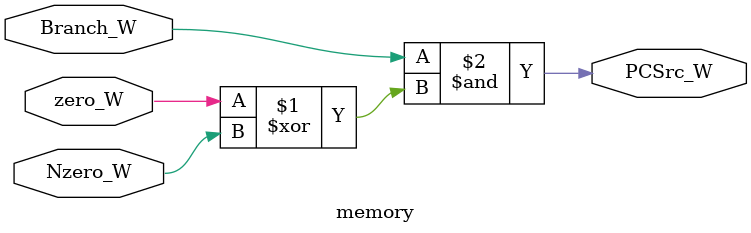
<source format=sv>

module memory 	(input logic Nzero_W ,Branch_W, zero_W,					
					output logic PCSrc_W);
					
	assign PCSrc_W = Branch_W & (zero_W ^ Nzero_W);
	
endmodule
</source>
